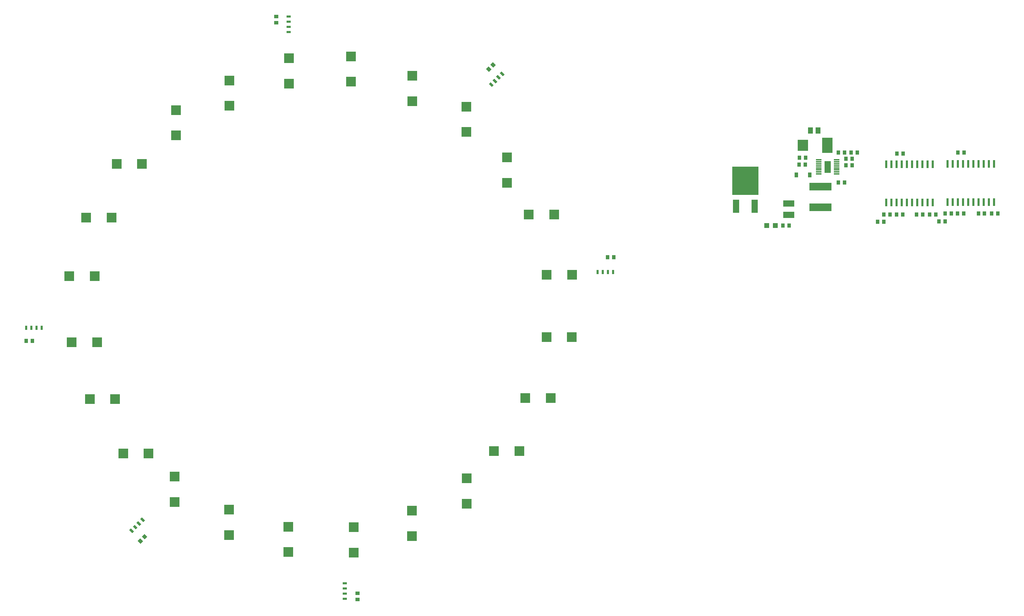
<source format=gbr>
G04 #@! TF.FileFunction,Paste,Bot*
%FSLAX46Y46*%
G04 Gerber Fmt 4.6, Leading zero omitted, Abs format (unit mm)*
G04 Created by KiCad (PCBNEW 4.0.1-stable) date 2/3/2016 11:10:25 AM*
%MOMM*%
G01*
G04 APERTURE LIST*
%ADD10C,0.100000*%
%ADD11R,2.550160X2.700020*%
%ADD12R,2.550160X3.799840*%
%ADD13R,2.692400X1.600200*%
%ADD14R,1.600200X3.200400*%
%ADD15R,6.499860X7.000240*%
%ADD16R,5.499100X1.849120*%
%ADD17R,1.400000X0.300000*%
%ADD18R,1.650000X2.850000*%
%ADD19C,0.650000*%
%ADD20R,0.600000X1.950000*%
%ADD21R,1.198880X1.198880*%
%ADD22R,2.430000X2.370000*%
%ADD23R,2.370000X2.430000*%
%ADD24R,1.050000X0.600000*%
%ADD25R,0.600000X1.050000*%
%ADD26R,0.914400X1.219200*%
%ADD27R,1.000760X0.899160*%
%ADD28R,0.899160X1.000760*%
%ADD29R,1.300480X1.498600*%
G04 APERTURE END LIST*
D10*
D11*
X209732058Y-49748998D03*
D12*
X215731538Y-49748998D03*
D13*
X206282738Y-66817798D03*
X206282738Y-64023798D03*
D14*
X197898420Y-64664760D03*
X193295940Y-64664760D03*
D15*
X195597180Y-58416360D03*
D16*
X214029738Y-59832798D03*
X214029738Y-64983918D03*
D17*
X213610638Y-56759397D03*
X213610638Y-56259397D03*
X213610638Y-55759397D03*
X213610638Y-55259397D03*
X213610638Y-54759397D03*
X218010638Y-54759397D03*
X218010638Y-55259397D03*
X218010638Y-55759397D03*
X218010638Y-56259397D03*
X218010638Y-56759397D03*
X213610638Y-54259397D03*
X213610638Y-53759397D03*
X213610638Y-53259397D03*
X218010638Y-54259397D03*
X218010638Y-53759397D03*
X218010638Y-53259397D03*
D18*
X215810638Y-55009397D03*
D19*
X215810638Y-55009397D03*
X215810638Y-54009397D03*
X215810638Y-56009397D03*
D20*
X230210466Y-54391548D03*
X231480466Y-54391548D03*
X232750466Y-54391548D03*
X234020466Y-54391548D03*
X235290466Y-54391548D03*
X236560466Y-54391548D03*
X237830466Y-54391548D03*
X239100466Y-54391548D03*
X240370466Y-54391548D03*
X241640466Y-54391548D03*
X241640466Y-63791548D03*
X240370466Y-63791548D03*
X239100466Y-63791548D03*
X237830466Y-63791548D03*
X236560466Y-63791548D03*
X235290466Y-63791548D03*
X234020466Y-63791548D03*
X232750466Y-63791548D03*
X231480466Y-63791548D03*
X230210466Y-63791548D03*
X245285366Y-54251848D03*
X246555366Y-54251848D03*
X247825366Y-54251848D03*
X249095366Y-54251848D03*
X250365366Y-54251848D03*
X251635366Y-54251848D03*
X252905366Y-54251848D03*
X254175366Y-54251848D03*
X255445366Y-54251848D03*
X256715366Y-54251848D03*
X256715366Y-63651848D03*
X255445366Y-63651848D03*
X254175366Y-63651848D03*
X252905366Y-63651848D03*
X251635366Y-63651848D03*
X250365366Y-63651848D03*
X249095366Y-63651848D03*
X247825366Y-63651848D03*
X246555366Y-63651848D03*
X245285366Y-63651848D03*
D21*
X202950258Y-69421298D03*
X200852218Y-69421298D03*
D22*
X98705040Y-34074880D03*
X98705040Y-27834880D03*
D23*
X133833242Y-124929800D03*
X140073242Y-124929800D03*
X40712640Y-112097720D03*
X34472640Y-112097720D03*
D22*
X113721520Y-38885640D03*
X113721520Y-32645640D03*
X127127640Y-131588800D03*
X127127640Y-137828800D03*
D23*
X36242240Y-98127720D03*
X30002240Y-98127720D03*
D22*
X126995560Y-46449760D03*
X126995560Y-40209760D03*
X113680880Y-139554240D03*
X113680880Y-145794240D03*
D23*
X35683440Y-81917440D03*
X29443440Y-81917440D03*
D22*
X137059040Y-58905920D03*
X137059040Y-52665920D03*
X99329880Y-143618240D03*
X99329880Y-149858240D03*
D23*
X39823640Y-67449600D03*
X33583640Y-67449600D03*
X142361680Y-66728240D03*
X148601680Y-66728240D03*
D22*
X83221200Y-143496320D03*
X83221200Y-149736320D03*
D23*
X47296320Y-54312720D03*
X41056320Y-54312720D03*
X146786360Y-81556760D03*
X153026360Y-81556760D03*
D22*
X68692400Y-139305320D03*
X68692400Y-145545320D03*
X55667280Y-47283762D03*
X55667280Y-41043762D03*
D23*
X146731362Y-96898360D03*
X152971362Y-96898360D03*
D22*
X55281200Y-131202720D03*
X55281200Y-137442720D03*
X68743200Y-39999042D03*
X68743200Y-33759042D03*
D23*
X141529442Y-111889440D03*
X147769442Y-111889440D03*
X48906680Y-125529240D03*
X42666680Y-125529240D03*
D22*
X83399000Y-34567640D03*
X83399000Y-28327640D03*
D24*
X83332440Y-20586600D03*
X83332440Y-21856600D03*
X83332440Y-19316600D03*
X83332440Y-18046600D03*
D25*
X160569280Y-80850120D03*
X159299280Y-80850120D03*
X161839280Y-80850120D03*
X163109280Y-80850120D03*
X21377280Y-94597640D03*
X22647280Y-94597640D03*
X20107280Y-94597640D03*
X18837280Y-94597640D03*
D10*
G36*
X134187350Y-34454999D02*
X133444888Y-33712537D01*
X133869152Y-33288273D01*
X134611614Y-34030735D01*
X134187350Y-34454999D01*
X134187350Y-34454999D01*
G37*
G36*
X133289324Y-35353025D02*
X132546862Y-34610563D01*
X132971126Y-34186299D01*
X133713588Y-34928761D01*
X133289324Y-35353025D01*
X133289324Y-35353025D01*
G37*
G36*
X135085375Y-33556974D02*
X134342913Y-32814512D01*
X134767177Y-32390248D01*
X135509639Y-33132710D01*
X135085375Y-33556974D01*
X135085375Y-33556974D01*
G37*
G36*
X135983401Y-32658948D02*
X135240939Y-31916486D01*
X135665203Y-31492222D01*
X136407665Y-32234684D01*
X135983401Y-32658948D01*
X135983401Y-32658948D01*
G37*
D24*
X97171400Y-158661000D03*
X97171400Y-157391000D03*
X97171400Y-159931000D03*
X97171400Y-161201000D03*
D10*
G36*
X46372370Y-142084961D02*
X47114832Y-142827423D01*
X46690568Y-143251687D01*
X45948106Y-142509225D01*
X46372370Y-142084961D01*
X46372370Y-142084961D01*
G37*
G36*
X47270396Y-141186935D02*
X48012858Y-141929397D01*
X47588594Y-142353661D01*
X46846132Y-141611199D01*
X47270396Y-141186935D01*
X47270396Y-141186935D01*
G37*
G36*
X45474345Y-142982986D02*
X46216807Y-143725448D01*
X45792543Y-144149712D01*
X45050081Y-143407250D01*
X45474345Y-142982986D01*
X45474345Y-142982986D01*
G37*
G36*
X44576319Y-143881012D02*
X45318781Y-144623474D01*
X44894517Y-145047738D01*
X44152055Y-144305276D01*
X44576319Y-143881012D01*
X44576319Y-143881012D01*
G37*
D26*
X208175038Y-57000699D03*
X211451638Y-57000699D03*
D27*
X100239200Y-161394040D03*
X100239200Y-159890360D03*
D28*
X219988578Y-51514298D03*
X218484898Y-51514298D03*
X210346738Y-54435297D03*
X208843058Y-54435297D03*
X210389918Y-52720798D03*
X208886238Y-52720798D03*
X220336558Y-54625798D03*
X221840238Y-54625798D03*
X220316238Y-53038298D03*
X221819918Y-53038298D03*
X204832399Y-69421298D03*
X206336079Y-69421298D03*
D27*
X80315440Y-18031360D03*
X80315440Y-19535040D03*
D28*
X163287080Y-77213360D03*
X161783400Y-77213360D03*
X18837280Y-97817840D03*
X20340960Y-97817840D03*
D10*
G36*
X133654032Y-30581892D02*
X132946388Y-29874248D01*
X133582190Y-29238446D01*
X134289834Y-29946090D01*
X133654032Y-30581892D01*
X133654032Y-30581892D01*
G37*
G36*
X132590770Y-31645154D02*
X131883126Y-30937510D01*
X132518928Y-30301708D01*
X133226572Y-31009352D01*
X132590770Y-31645154D01*
X132590770Y-31645154D01*
G37*
G36*
X46829488Y-146328908D02*
X47537132Y-147036552D01*
X46901330Y-147672354D01*
X46193686Y-146964710D01*
X46829488Y-146328908D01*
X46829488Y-146328908D01*
G37*
G36*
X47892750Y-145265646D02*
X48600394Y-145973290D01*
X47964592Y-146609092D01*
X47256948Y-145901448D01*
X47892750Y-145265646D01*
X47892750Y-145265646D01*
G37*
D28*
X221596398Y-51450798D03*
X223100078Y-51450798D03*
X218484898Y-58816798D03*
X219988578Y-58816798D03*
X234363366Y-51783968D03*
X232859686Y-51783968D03*
X237718706Y-66693768D03*
X239222386Y-66693768D03*
X229679606Y-66719168D03*
X231183286Y-66719168D03*
X240931806Y-66693768D03*
X242435486Y-66693768D03*
X232770786Y-66719168D03*
X234274466Y-66719168D03*
X229659286Y-68547968D03*
X228155606Y-68547968D03*
X249374766Y-51517268D03*
X247871086Y-51517268D03*
X252900286Y-66503268D03*
X254403966Y-66503268D03*
X244708786Y-66477868D03*
X246212466Y-66477868D03*
X256176886Y-66503268D03*
X257680566Y-66503268D03*
X247807586Y-66477868D03*
X249311266Y-66477868D03*
X244683386Y-68395568D03*
X243179706Y-68395568D03*
D29*
X211599180Y-46046560D03*
X213504180Y-46046560D03*
M02*

</source>
